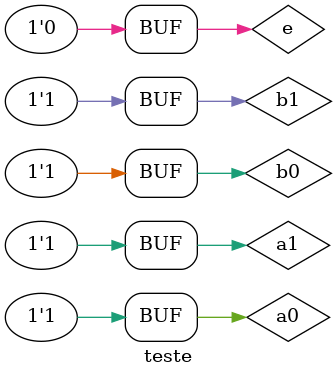
<source format=v>


module Exer3 (s1,s0,a,b);
output s1,s0;
input a,b;

 xor XOR1 (s0,a,b);
 and AND1 (s1,a,b);

endmodule



module Soma (s1,s0,a,b,c);
output s1,s0;
input a,b,c;

 Exer3 soma01 (s2,s3,a,b);
 Exer3 soma02 (s4,s0,s3,c);
 or ou (s1,s2,s4);
	
	endmodule



module Produto (s0,s1,s2,s3,a0,a1,b0,b1,e);
output s0,s1,s2,s3;
input a0,a1,b0,b1,e;
wire c1,c2,c3;

 and AND1 (c1,b1,a0);
 and AND2 (c2,b1,a1);
 and AND3 (c3,a1,b0);
 and AND4 (s0,a0,b0);


Soma soma1 (se,s1,c3,c1,e);
Soma soma2 (s3,s2,c2,e,se);

endmodule



module teste;
 reg  a0,a1,b0,b1,e;
  wire s0,s1,s2,s3;
  

Produto Prod (s0,s1,s2,s3,a0,a1,b0,b1,e);

 
    
	  
 initial begin
     
	$display("Igor Rodrigues de Oliveira - 380771");
      $display("Exercicio 03");
		$display("AC - 2010");
      $monitor("%b %b   %b %b   %b %b %b %b",a1,a0,b1,b0,s3,s2,s1,s0 );
		
   a0=0; a1=0; b0=0; b1=0; e=0;		
  #1 b0=1;		
  #1 b1=1;b0=0;
  #1 b0=1;   		
  #1 a0=1;b1=0;b0=0;
  #1 b0=1;		
  #1 b1=1;b0=0;
  #1 b0=1;	
  #1 a1=1;a0=0;b1=0;b0=0;
  #1 b0=1;		
  #1 b1=1;b0=0;
  #1 b0=1;   		
  #1 a0=1;b1=0;b0=0;
  #1 b0=1;		
  #1 b1=1;b0=0;
  #1 b0=1;	

    
  
   end
	
endmodule
</source>
